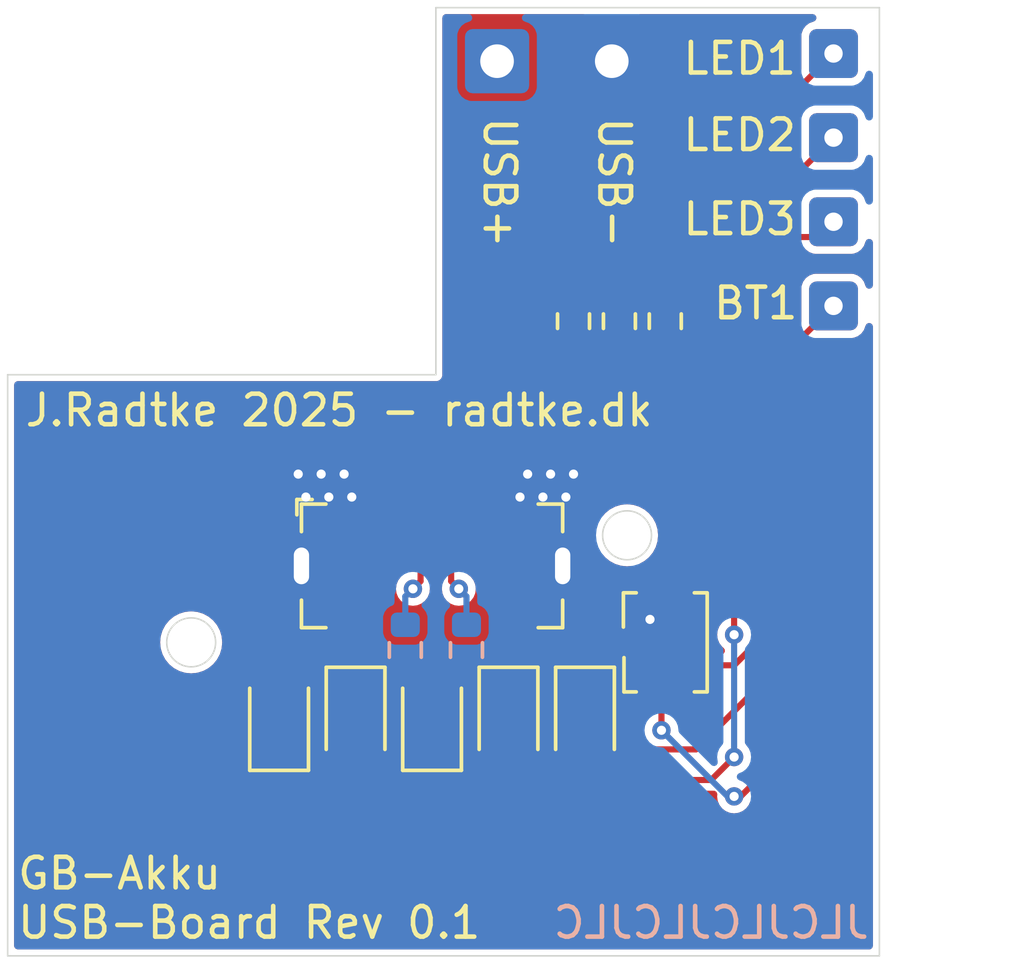
<source format=kicad_pcb>
(kicad_pcb (version 20240108) (generator "pcbnew") (generator_version "8.0")
  (layers (0 "F.Cu" signal) (31 "B.Cu" signal) (34 "B.Paste" user) (35 "F.Paste" user) (36 "B.SilkS" user "B.Silkscreen") (37 "F.SilkS" user "F.Silkscreen") (38 "B.Mask" user) (39 "F.Mask" user) (44 "Edge.Cuts" user))
  (net 0 "")
  (net 1 "Net-(D1-K)")
  (net 2 "Net-(D1-A)")
  (net 3 "Net-(D3-K)")
  (net 4 "Net-(J1-CC1)")
  (net 5 "GND")
  (net 6 "+5V")
  (net 7 "Net-(J1-CC2)")
  (net 8 "Net-(J7-Pin_1)")
  (net 9 "Net-(J3-Pin_1)")
  (net 10 "Net-(J5-Pin_1)")
  (net 11 "Net-(J6-Pin_1)")
  (footprint "LED_SMD:LED_0805_2012Metric" (layer "F.Cu") (at 155.125 123.25 -90)
    (property "Reference" "D3" (hide yes))
    (property "Value" "LED")
    (fp_line (start -1.685 0.96) (end 1 0.96) (stroke (width 0.12)) (layer "F.SilkS"))
    (fp_line (start -1.685 -0.96) (end -1.685 0.96) (stroke (width 0.12)) (layer "F.SilkS"))
    (fp_line (start 1 -0.96) (end -1.685 -0.96) (stroke (width 0.12)) (layer "F.SilkS"))
    (pad "1" smd roundrect (at -0.9375 0 270) (size 0.975 1.4) (layers "F.Cu" "F.Paste" "F.Mask") (net 3 "Net-(D3-K)"))
    (pad "2" smd roundrect (at 0.9375 0 270) (size 0.975 1.4) (layers "F.Cu" "F.Paste" "F.Mask") (net 2 "Net-(D1-A)"))
  )
  (footprint "LED_SMD:LED_0805_2012Metric" (layer "F.Cu") (at 147.625 123.25 -90)
    (property "Reference" "D2" (hide yes))
    (property "Value" "LED")
    (fp_line (start -1.685 0.96) (end 1 0.96) (stroke (width 0.12)) (layer "F.SilkS"))
    (fp_line (start -1.685 -0.96) (end -1.685 0.96) (stroke (width 0.12)) (layer "F.SilkS"))
    (fp_line (start 1 -0.96) (end -1.685 -0.96) (stroke (width 0.12)) (layer "F.SilkS"))
    (pad "1" smd roundrect (at -0.9375 0 270) (size 0.975 1.4) (layers "F.Cu" "F.Paste" "F.Mask") (net 2 "Net-(D1-A)"))
    (pad "2" smd roundrect (at 0.9375 0 270) (size 0.975 1.4) (layers "F.Cu" "F.Paste" "F.Mask") (net 1 "Net-(D1-K)"))
  )
  (footprint "Connector_Wire:SolderWire-0.1sqmm_1x01_D0.4mm_OD1mm" (layer "F.Cu") (at 163.25 109.75)
    (property "Reference" "J7" (hide yes))
    (property "Value" "Conn_01x01_Pin")
    (pad "1" thru_hole roundrect (at 0 0) (size 1.6 1.6) (drill 0.6) (layers "*.Cu" "*.Mask") (roundrect_rratio 0.15625) (net 8 "Net-(J7-Pin_1)"))
  )
  (footprint "LED_SMD:LED_0805_2012Metric" (layer "F.Cu") (at 145.125 123.25 90)
    (property "Reference" "D1" (hide yes))
    (property "Value" "LED")
    (fp_line (start 1 -0.96) (end -1.685 -0.96) (stroke (width 0.12)) (layer "F.SilkS"))
    (fp_line (start -1.685 -0.96) (end -1.685 0.96) (stroke (width 0.12)) (layer "F.SilkS"))
    (fp_line (start -1.685 0.96) (end 1 0.96) (stroke (width 0.12)) (layer "F.SilkS"))
    (pad "1" smd roundrect (at -0.9375 0 90) (size 0.975 1.4) (layers "F.Cu" "F.Paste" "F.Mask") (net 1 "Net-(D1-K)"))
    (pad "2" smd roundrect (at 0.9375 0 90) (size 0.975 1.4) (layers "F.Cu" "F.Paste" "F.Mask") (net 2 "Net-(D1-A)"))
  )
  (footprint "Connector_Wire:SolderWire-0.1sqmm_1x01_D0.4mm_OD1mm" (layer "F.Cu") (at 163.25 101.5)
    (property "Reference" "J5" (hide yes))
    (property "Value" "Conn_01x01_Pin")
    (pad "1" thru_hole roundrect (at 0 0) (size 1.6 1.6) (drill 0.6) (layers "*.Cu" "*.Mask") (roundrect_rratio 0.15625) (net 10 "Net-(J5-Pin_1)"))
  )
  (footprint "radtke:TL1017AABF260QG" (layer "F.Cu") (at 157.75 120.75 -90)
    (property "Reference" "SW1" (hide yes))
    (property "Value" "SW_Push")
    (fp_line (start -1.62 1.37) (end -0.5 1.37) (stroke (width 0.12)) (layer "F.SilkS"))
    (fp_line (start 0.5 1.35) (end 1.62 1.35) (stroke (width 0.12)) (layer "F.SilkS"))
    (fp_line (start -1.62 0.95) (end -1.62 1.35) (stroke (width 0.12)) (layer "F.SilkS"))
    (fp_line (start 1.62 0.95) (end 1.62 1.35) (stroke (width 0.12)) (layer "F.SilkS"))
    (fp_line (start -1.62 -1.35) (end -1.62 -0.95) (stroke (width 0.12)) (layer "F.SilkS"))
    (fp_line (start 1.62 -1.35) (end 1.62 -0.95) (stroke (width 0.12)) (layer "F.SilkS"))
    (fp_line (start -1.62 -1.37) (end 1.62 -1.37) (stroke (width 0.12)) (layer "F.SilkS"))
    (pad "1" smd rect (at -1.7 0 270) (size 0.8 1.7) (layers "F.Cu" "F.Paste" "F.Mask") (net 5 "GND"))
    (pad "2" smd rect (at 1.7 0 270) (size 0.8 1.7) (layers "F.Cu" "F.Paste" "F.Mask") (net 8 "Net-(J7-Pin_1)"))
    (pad "3" smd rect (at 0 1.65 270) (size 0.8 1.1) (layers "F.Cu" "F.Paste" "F.Mask"))
  )
  (footprint "LED_SMD:LED_0805_2012Metric" (layer "F.Cu") (at 150.125 123.25 90)
    (property "Reference" "D5" (hide yes))
    (property "Value" "LED")
    (fp_line (start 1 -0.96) (end -1.685 -0.96) (stroke (width 0.12)) (layer "F.SilkS"))
    (fp_line (start -1.685 -0.96) (end -1.685 0.96) (stroke (width 0.12)) (layer "F.SilkS"))
    (fp_line (start -1.685 0.96) (end 1 0.96) (stroke (width 0.12)) (layer "F.SilkS"))
    (pad "1" smd roundrect (at -0.9375 0 90) (size 0.975 1.4) (layers "F.Cu" "F.Paste" "F.Mask") (net 1 "Net-(D1-K)"))
    (pad "2" smd roundrect (at 0.9375 0 90) (size 0.975 1.4) (layers "F.Cu" "F.Paste" "F.Mask") (net 3 "Net-(D3-K)"))
  )
  (footprint "Connector_Wire:SolderWire-0.1sqmm_1x01_D0.4mm_OD1mm" (layer "F.Cu") (at 163.25 104.25)
    (property "Reference" "J3" (hide yes))
    (property "Value" "Conn_01x01_Pin")
    (pad "1" thru_hole roundrect (at 0 0) (size 1.6 1.6) (drill 0.6) (layers "*.Cu" "*.Mask") (roundrect_rratio 0.15625) (net 9 "Net-(J3-Pin_1)"))
  )
  (footprint "Connector_Wire:SolderWire-0.5sqmm_1x01_D0.9mm_OD2.1mm" (layer "F.Cu") (at 156 101.75)
    (property "Reference" "J4" (hide yes))
    (property "Value" "Conn_01x01_Pin")
    (pad "1" thru_hole roundrect (at 0 0) (size 2.1 2.1) (drill 1.1) (layers "*.Cu" "*.Mask") (roundrect_rratio 0.119048) (net 5 "GND"))
  )
  (footprint "Resistor_SMD:R_0603_1608Metric" (layer "F.Cu") (at 157.75 110.25 -90)
    (property "Reference" "R5" (hide yes))
    (property "Value" "100R")
    (fp_line (start -0.237258 0.5225) (end 0.237258 0.5225) (stroke (width 0.12)) (layer "F.SilkS"))
    (fp_line (start -0.237258 -0.5225) (end 0.237258 -0.5225) (stroke (width 0.12)) (layer "F.SilkS"))
    (pad "1" smd roundrect (at -0.825 0 270) (size 0.8 0.95) (layers "F.Cu" "F.Paste" "F.Mask") (net 11 "Net-(J6-Pin_1)"))
    (pad "2" smd roundrect (at 0.825 0 270) (size 0.8 0.95) (layers "F.Cu" "F.Paste" "F.Mask") (net 3 "Net-(D3-K)"))
  )
  (footprint "radtke:UJC-V-G-SMT-P6-TR" (layer "F.Cu") (at 150.125 118.25)
    (property "Reference" "J1" (hide yes))
    (property "Value" "USB_C_Receptacle_PowerOnly_6P")
    (fp_line (start -4.42 -2.17) (end -4.42 -1.67) (stroke (width 0.12)) (layer "F.SilkS"))
    (fp_line (start -4.42 -2.17) (end -3.92 -2.17) (stroke (width 0.12)) (layer "F.SilkS"))
    (fp_line (start -4.27 -2.02) (end -4.27 -1.12) (stroke (width 0.12)) (layer "F.SilkS"))
    (fp_line (start -4.27 -2.02) (end -3.47 -2.02) (stroke (width 0.12)) (layer "F.SilkS"))
    (fp_line (start -4.27 2.02) (end -4.27 1.12) (stroke (width 0.12)) (layer "F.SilkS"))
    (fp_line (start -4.27 2.02) (end -3.47 2.02) (stroke (width 0.12)) (layer "F.SilkS"))
    (fp_line (start 4.27 -2.02) (end 3.47 -2.02) (stroke (width 0.12)) (layer "F.SilkS"))
    (fp_line (start 4.27 -2.02) (end 4.27 -1.12) (stroke (width 0.12)) (layer "F.SilkS"))
    (fp_line (start 4.27 2.02) (end 3.47 2.02) (stroke (width 0.12)) (layer "F.SilkS"))
    (fp_line (start 4.27 2.02) (end 4.27 1.12) (stroke (width 0.12)) (layer "F.SilkS"))
    (pad "A5" smd roundrect (at -0.5 -0.8) (size 0.7 1.99) (layers "F.Cu" "F.Paste" "F.Mask") (net 4 "Net-(J1-CC1)"))
    (pad "A9" smd roundrect (at 1.52 -0.8) (size 0.8 1.99) (layers "F.Cu" "F.Paste" "F.Mask") (net 6 "+5V"))
    (pad "A12" smd roundrect (at 2.75 -0.8) (size 0.9 1.99) (layers "F.Cu" "F.Paste" "F.Mask") (net 5 "GND"))
    (pad "B5" smd roundrect (at 0.5 -0.8) (size 0.7 1.99) (layers "F.Cu" "F.Paste" "F.Mask") (net 7 "Net-(J1-CC2)"))
    (pad "B9" smd roundrect (at -1.52 -0.8) (size 0.8 1.99) (layers "F.Cu" "F.Paste" "F.Mask") (net 6 "+5V"))
    (pad "B12" smd roundrect (at -2.75 -0.8) (size 0.9 1.99) (layers "F.Cu" "F.Paste" "F.Mask") (net 5 "GND"))
    (pad "S1" thru_hole oval (at -4.27 0) (size 1 1.7) (drill oval 0.5 1.2) (layers "*.Cu" "*.Mask" "F.Paste") (net 5 "GND"))
    (pad "S1" thru_hole oval (at 4.27 0) (size 1 1.7) (drill oval 0.5 1.2) (layers "*.Cu" "*.Mask" "F.Paste") (net 5 "GND"))
  )
  (footprint "Connector_Wire:SolderWire-0.5sqmm_1x01_D0.9mm_OD2.1mm" (layer "F.Cu") (at 152.25 101.75)
    (property "Reference" "J2" (hide yes))
    (property "Value" "Conn_01x01_Pin")
    (pad "1" thru_hole roundrect (at 0 0) (size 2.1 2.1) (drill 1.1) (layers "*.Cu" "*.Mask") (roundrect_rratio 0.119048) (net 6 "+5V"))
  )
  (footprint "Resistor_SMD:R_0603_1608Metric" (layer "F.Cu") (at 154.75 110.25 -90)
    (property "Reference" "R4" (hide yes))
    (property "Value" "100R")
    (fp_line (start -0.237258 0.5225) (end 0.237258 0.5225) (stroke (width 0.12)) (layer "F.SilkS"))
    (fp_line (start -0.237258 -0.5225) (end 0.237258 -0.5225) (stroke (width 0.12)) (layer "F.SilkS"))
    (pad "1" smd roundrect (at -0.825 0 270) (size 0.8 0.95) (layers "F.Cu" "F.Paste" "F.Mask") (net 10 "Net-(J5-Pin_1)"))
    (pad "2" smd roundrect (at 0.825 0 270) (size 0.8 0.95) (layers "F.Cu" "F.Paste" "F.Mask") (net 1 "Net-(D1-K)"))
  )
  (footprint "Connector_Wire:SolderWire-0.1sqmm_1x01_D0.4mm_OD1mm" (layer "F.Cu") (at 163.25 107)
    (property "Reference" "J6" (hide yes))
    (property "Value" "Conn_01x01_Pin")
    (pad "1" thru_hole roundrect (at 0 0) (size 1.6 1.6) (drill 0.6) (layers "*.Cu" "*.Mask") (roundrect_rratio 0.15625) (net 11 "Net-(J6-Pin_1)"))
  )
  (footprint "Resistor_SMD:R_0603_1608Metric" (layer "F.Cu") (at 156.25 110.25 -90)
    (property "Reference" "R3" (hide yes))
    (property "Value" "100R")
    (fp_line (start -0.237258 0.5225) (end 0.237258 0.5225) (stroke (width 0.12)) (layer "F.SilkS"))
    (fp_line (start -0.237258 -0.5225) (end 0.237258 -0.5225) (stroke (width 0.12)) (layer "F.SilkS"))
    (pad "1" smd roundrect (at -0.825 0 270) (size 0.8 0.95) (layers "F.Cu" "F.Paste" "F.Mask") (net 9 "Net-(J3-Pin_1)"))
    (pad "2" smd roundrect (at 0.825 0 270) (size 0.8 0.95) (layers "F.Cu" "F.Paste" "F.Mask") (net 2 "Net-(D1-A)"))
  )
  (footprint "LED_SMD:LED_0805_2012Metric" (layer "F.Cu") (at 152.625 123.25 -90)
    (property "Reference" "D4" (hide yes))
    (property "Value" "LED")
    (fp_line (start -1.685 0.96) (end 1 0.96) (stroke (width 0.12)) (layer "F.SilkS"))
    (fp_line (start -1.685 -0.96) (end -1.685 0.96) (stroke (width 0.12)) (layer "F.SilkS"))
    (fp_line (start 1 -0.96) (end -1.685 -0.96) (stroke (width 0.12)) (layer "F.SilkS"))
    (pad "1" smd roundrect (at -0.9375 0 270) (size 0.975 1.4) (layers "F.Cu" "F.Paste" "F.Mask") (net 3 "Net-(D3-K)"))
    (pad "2" smd roundrect (at 0.9375 0 270) (size 0.975 1.4) (layers "F.Cu" "F.Paste" "F.Mask") (net 1 "Net-(D1-K)"))
  )
  (footprint "Resistor_SMD:R_0603_1608Metric" (layer "B.Cu") (at 151.25 121 -90)
    (property "Reference" "R1" (hide yes))
    (property "Value" "5,1k")
    (fp_line (start 0.237258 0.5225) (end -0.237258 0.5225) (stroke (width 0.12)) (layer "B.SilkS"))
    (fp_line (start 0.237258 -0.5225) (end -0.237258 -0.5225) (stroke (width 0.12)) (layer "B.SilkS"))
    (pad "1" smd roundrect (at -0.825 0 270) (size 0.8 0.95) (layers "B.Cu" "B.Paste" "B.Mask") (net 7 "Net-(J1-CC2)"))
    (pad "2" smd roundrect (at 0.825 0 270) (size 0.8 0.95) (layers "B.Cu" "B.Paste" "B.Mask") (net 5 "GND"))
  )
  (footprint "Resistor_SMD:R_0603_1608Metric" (layer "B.Cu") (at 149.25 121 -90)
    (property "Reference" "R2" (hide yes))
    (property "Value" "5,1k")
    (fp_line (start 0.237258 0.5225) (end -0.237258 0.5225) (stroke (width 0.12)) (layer "B.SilkS"))
    (fp_line (start 0.237258 -0.5225) (end -0.237258 -0.5225) (stroke (width 0.12)) (layer "B.SilkS"))
    (pad "1" smd roundrect (at -0.825 0 270) (size 0.8 0.95) (layers "B.Cu" "B.Paste" "B.Mask") (net 4 "Net-(J1-CC1)"))
    (pad "2" smd roundrect (at 0.825 0 270) (size 0.8 0.95) (layers "B.Cu" "B.Paste" "B.Mask") (net 5 "GND"))
  )
  (gr_line (start 164.75 131) (end 136.25 131) (stroke (width 0.05)) (layer "Edge.Cuts"))
  (gr_circle (center 142.25 120.75) (end 143.05 120.75) (stroke (width 0.05)) (fill none) (layer "Edge.Cuts"))
  (gr_circle (center 156.5 117.25) (end 157.3 117.25) (stroke (width 0.05)) (fill none) (layer "Edge.Cuts"))
  (gr_line (start 150.25 112) (end 150.25 100) (stroke (width 0.05)) (layer "Edge.Cuts"))
  (gr_line (start 136.25 131) (end 136.25 112) (stroke (width 0.05)) (layer "Edge.Cuts"))
  (gr_line (start 136.25 112) (end 150.25 112) (stroke (width 0.05)) (layer "Edge.Cuts"))
  (gr_line (start 150.25 100) (end 164.75 100) (stroke (width 0.05)) (layer "Edge.Cuts"))
  (gr_line (start 164.75 100) (end 164.75 131) (stroke (width 0.05)) (layer "Edge.Cuts"))
  (gr_text "JLCJLCJLCJLC" (at 159.25 130.5 -0) (layer "B.SilkS") (effects (font (size 1 1)) (justify bottom mirror)))
  (gr_text "BT1" (at 159.25 110.25 0) (layer "F.SilkS") (effects (font (size 1 1)) (justify left bottom)))
  (gr_text "LED1" (at 158.25 102.25 0) (layer "F.SilkS") (effects (font (size 1 1)) (justify left bottom)))
  (gr_text "USB+" (at 151.75 103.5 -90) (layer "F.SilkS") (effects (font (size 1 1)) (justify left bottom)))
  (gr_text "LED2" (at 158.25 104.75 0) (layer "F.SilkS") (effects (font (size 1 1)) (justify left bottom)))
  (gr_text "GB-Akku\nUSB-Board Rev 0.1" (at 136.5 130.5 0) (layer "F.SilkS") (effects (font (size 1 1)) (justify left bottom)))
  (gr_text "J.Radtke 2025 - radtke.dk" (at 136.75 113.75 0) (layer "F.SilkS") (effects (font (size 1 1)) (justify left bottom)))
  (gr_text "LED3" (at 158.25 107.5 0) (layer "F.SilkS") (effects (font (size 1 1)) (justify left bottom)))
  (gr_text "USB-" (at 155.5 103.5 -90) (layer "F.SilkS") (effects (font (size 1 1)) (justify left bottom)))
  (segment (start 160 114) (end 160 120.5) (width 0.2) (layer "F.Cu") (net 1))
  (segment (start 150.25 124.1875) (end 152.75 124.1875) (width 0.2) (layer "F.Cu") (net 1))
  (segment (start 156.75 113.5) (end 159.5 113.5) (width 0.2) (layer "F.Cu") (net 1))
  (segment (start 159.25 125.25) (end 160 124.5) (width 0.2) (layer "F.Cu") (net 1))
  (segment (start 147.75 124.1875) (end 150.25 124.1875) (width 0.2) (layer "F.Cu") (net 1))
  (segment (start 159.5 113.5) (end 160 114) (width 0.2) (layer "F.Cu") (net 1))
  (segment (start 154.75 111.075) (end 154.75 111.5) (width 0.2) (layer "F.Cu") (net 1))
  (segment (start 145.25 124.1875) (end 147.75 124.1875) (width 0.2) (layer "F.Cu") (net 1))
  (segment (start 154.75 111.5) (end 156.75 113.5) (width 0.2) (layer "F.Cu") (net 1))
  (segment (start 152.75 124.75) (end 153.25 125.25) (width 0.2) (layer "F.Cu") (net 1))
  (segment (start 153.25 125.25) (end 159.25 125.25) (width 0.2) (layer "F.Cu") (net 1))
  (segment (start 152.75 124.1875) (end 152.75 124.75) (width 0.2) (layer "F.Cu") (net 1))
  (via (at 160 120.5) (size 0.6) (drill 0.3) (layers "F.Cu" "B.Cu") (net 1))
  (via (at 160 124.5) (size 0.6) (drill 0.3) (layers "F.Cu" "B.Cu") (net 1))
  (segment (start 160 120.5) (end 160 124.5) (width 0.2) (layer "B.Cu") (net 1))
  (segment (start 154.3125 123.25) (end 155.25 124.1875) (width 0.2) (layer "F.Cu") (net 2))
  (segment (start 145.25 121.75) (end 145.25 122.3125) (width 0.2) (layer "F.Cu") (net 2))
  (segment (start 160.75 113.5) (end 160.75 120.75) (width 0.2) (layer "F.Cu") (net 2))
  (segment (start 160 121.5) (end 145.5 121.5) (width 0.2) (layer "F.Cu") (net 2))
  (segment (start 160.25 113) (end 160.75 113.5) (width 0.2) (layer "F.Cu") (net 2))
  (segment (start 156.25 111.075) (end 156.25 111.5) (width 0.2) (layer "F.Cu") (net 2))
  (segment (start 145.5 121.5) (end 145.25 121.75) (width 0.2) (layer "F.Cu") (net 2))
  (segment (start 148.0625 122.3125) (end 149 123.25) (width 0.2) (layer "F.Cu") (net 2))
  (segment (start 157.75 113) (end 160.25 113) (width 0.2) (layer "F.Cu") (net 2))
  (segment (start 156.25 111.5) (end 157.75 113) (width 0.2) (layer "F.Cu") (net 2))
  (segment (start 160.75 120.75) (end 160 121.5) (width 0.2) (layer "F.Cu") (net 2))
  (segment (start 145.25 122.3125) (end 148.0625 122.3125) (width 0.2) (layer "F.Cu") (net 2))
  (segment (start 149 123.25) (end 154.3125 123.25) (width 0.2) (layer "F.Cu") (net 2))
  (segment (start 157.1875 124.25) (end 155.25 122.3125) (width 0.2) (layer "F.Cu") (net 3))
  (segment (start 158.75 124.25) (end 157.1875 124.25) (width 0.2) (layer "F.Cu") (net 3))
  (segment (start 155.25 122.3125) (end 150.25 122.3125) (width 0.2) (layer "F.Cu") (net 3))
  (segment (start 161.5 113.25) (end 161.5 121.5) (width 0.2) (layer "F.Cu") (net 3))
  (segment (start 161.5 121.5) (end 158.75 124.25) (width 0.2) (layer "F.Cu") (net 3))
  (segment (start 157.75 111.075) (end 157.75 111.5) (width 0.2) (layer "F.Cu") (net 3))
  (segment (start 157.75 111.5) (end 158.75 112.5) (width 0.2) (layer "F.Cu") (net 3))
  (segment (start 160.75 112.5) (end 161.5 113.25) (width 0.2) (layer "F.Cu") (net 3))
  (segment (start 158.75 112.5) (end 160.75 112.5) (width 0.2) (layer "F.Cu") (net 3))
  (segment (start 149.75 118.75) (end 149.5 119) (width 0.2) (layer "F.Cu") (net 4))
  (segment (start 149.75 117.45) (end 149.75 118.75) (width 0.2) (layer "F.Cu") (net 4))
  (via (at 149.5 119) (size 0.6) (drill 0.3) (layers "F.Cu" "B.Cu") (net 4))
  (segment (start 149.5 119) (end 149.25 119.25) (width 0.2) (layer "B.Cu") (net 4))
  (segment (start 149.25 119.25) (end 149.25 120.175) (width 0.2) (layer "B.Cu") (net 4))
  (segment (start 145.48 117.77) (end 145.48 118.25) (width 0.5) (layer "F.Cu") (net 5))
  (segment (start 157.25 119.05) (end 157.25 120) (width 0.2) (layer "F.Cu") (net 5))
  (via (at 154.75 115.25) (size 0.6) (drill 0.3) (layers "F.Cu" "B.Cu") (net 5))
  (via (at 154 115.25) (size 0.6) (drill 0.3) (layers "F.Cu" "B.Cu") (net 5))
  (via (at 153.75 116) (size 0.6) (drill 0.3) (layers "F.Cu" "B.Cu") (net 5))
  (via (at 146.5 115.25) (size 0.6) (drill 0.3) (layers "F.Cu" "B.Cu") (net 5))
  (via (at 147.25 115.25) (size 0.6) (drill 0.3) (layers "F.Cu" "B.Cu") (net 5))
  (via (at 154.5 116) (size 0.6) (drill 0.3) (layers "F.Cu" "B.Cu") (net 5))
  (via (at 146.75 116) (size 0.6) (drill 0.3) (layers "F.Cu" "B.Cu") (net 5))
  (via (at 145.75 115.25) (size 0.6) (drill 0.3) (layers "F.Cu" "B.Cu") (net 5))
  (via (at 146 116) (size 0.6) (drill 0.3) (layers "F.Cu" "B.Cu") (net 5))
  (via (at 153 116) (size 0.6) (drill 0.3) (layers "F.Cu" "B.Cu") (net 5))
  (via (at 153.25 115.25) (size 0.6) (drill 0.3) (layers "F.Cu" "B.Cu") (net 5))
  (via (at 157.25 120) (size 0.6) (drill 0.3) (layers "F.Cu" "B.Cu") (net 5))
  (via (at 147.5 116) (size 0.6) (drill 0.3) (layers "F.Cu" "B.Cu") (net 5))
  (segment (start 150.75 117.45) (end 150.75 118.75) (width 0.2) (layer "F.Cu") (net 7))
  (segment (start 150.75 118.75) (end 151 119) (width 0.2) (layer "F.Cu") (net 7))
  (via (at 151 119) (size 0.6) (drill 0.3) (layers "F.Cu" "B.Cu") (net 7))
  (segment (start 151.25 119.25) (end 151.25 120.175) (width 0.2) (layer "B.Cu") (net 7))
  (segment (start 151 119) (end 151.25 119.25) (width 0.2) (layer "B.Cu") (net 7))
  (segment (start 162.25 110.75) (end 163.25 109.75) (width 0.2) (layer "F.Cu") (net 8))
  (segment (start 157.625 122.575) (end 157.5 122.45) (width 0.2) (layer "F.Cu") (net 8))
  (segment (start 160 125.786657) (end 160.213343 125.786657) (width 0.2) (layer "F.Cu") (net 8))
  (segment (start 157.625 123.625) (end 157.625 122.575) (width 0.2) (layer "F.Cu") (net 8))
  (segment (start 160.213343 125.786657) (end 162.25 123.75) (width 0.2) (layer "F.Cu") (net 8))
  (segment (start 162.25 123.75) (end 162.25 110.75) (width 0.2) (layer "F.Cu") (net 8))
  (via (at 157.625 123.625) (size 0.6) (drill 0.3) (layers "F.Cu" "B.Cu") (net 8))
  (via (at 160 125.786657) (size 0.6) (drill 0.3) (layers "F.Cu" "B.Cu") (net 8))
  (segment (start 157.625 123.625) (end 159.786657 125.786657) (width 0.2) (layer "B.Cu") (net 8))
  (segment (start 159.786657 125.786657) (end 160 125.786657) (width 0.2) (layer "B.Cu") (net 8))
  (segment (start 157.5 108) (end 156.5 108) (width 0.2) (layer "F.Cu") (net 9))
  (segment (start 158.75 106.75) (end 157.5 108) (width 0.2) (layer "F.Cu") (net 9))
  (segment (start 156.5 108) (end 156.25 108.25) (width 0.2) (layer "F.Cu") (net 9))
  (segment (start 163.25 104.25) (end 160.75 106.75) (width 0.2) (layer "F.Cu") (net 9))
  (segment (start 156.25 108.25) (end 156.25 109.425) (width 0.2) (layer "F.Cu") (net 9))
  (segment (start 160.75 106.75) (end 158.75 106.75) (width 0.2) (layer "F.Cu") (net 9))
  (segment (start 157.25 107.5) (end 155.5 107.5) (width 0.2) (layer "F.Cu") (net 10))
  (segment (start 155.5 107.5) (end 154.75 108.25) (width 0.2) (layer "F.Cu") (net 10))
  (segment (start 163.25 101.5) (end 157.25 107.5) (width 0.2) (layer "F.Cu") (net 10))
  (segment (start 154.75 108.25) (end 154.75 109.425) (width 0.2) (layer "F.Cu") (net 10))
  (segment (start 157.75 109.425) (end 157.75 108.75) (width 0.2) (layer "F.Cu") (net 11))
  (segment (start 159 107.5) (end 162.75 107.5) (width 0.2) (layer "F.Cu") (net 11))
  (segment (start 157.75 108.75) (end 159 107.5) (width 0.2) (layer "F.Cu") (net 11))
  (segment (start 162.75 107.5) (end 163.25 107) (width 0.2) (layer "F.Cu") (net 11))
  (zone (net 5) (net_name "GND") (layer "F.Cu") (priority 4) (connect_pads yes (clearance 0.25)) (min_thickness 0.25) (fill yes (thermal_gap 0.25) (thermal_bridge_width 0.25))
    (polygon (pts (xy 148 118.75) (xy 148 114.75) (xy 145.25 114.75) (xy 145.25 119.25) (xy 147.5 119.25)))
  )
  (zone (net 5) (net_name "GND") (layer "F.Cu") (priority 1) (connect_pads yes (clearance 0.25)) (min_thickness 0.25) (fill yes (thermal_gap 0.25) (thermal_bridge_width 0.25))
    (polygon (pts (xy 152 116.25) (xy 154.5 116.25) (xy 154.5 119) (xy 153.5 119) (xy 152 117.5)))
  )
  (zone (net 5) (net_name "GND") (layer "F.Cu") (connect_pads yes (clearance 0.25)) (min_thickness 0.25) (fill yes (thermal_gap 0.25) (thermal_bridge_width 0.25))
    (polygon (pts (xy 147.5 116.25) (xy 145 116.25) (xy 145 119.25) (xy 145.75 119.25) (xy 147.5 117.5)))
  )
  (zone (net 5) (net_name "GND") (layer "F.Cu") (priority 5) (connect_pads yes (clearance 0.25)) (min_thickness 0.25) (fill yes (thermal_gap 0.25) (thermal_bridge_width 0.25))
    (polygon (pts (xy 152.5 118.75) (xy 152.5 114.75) (xy 155.25 114.75) (xy 155.25 119.25) (xy 153 119.25)))
  )
  (zone (net 6) (net_name "+5V") (layer "F.Cu") (priority 6) (connect_pads yes (clearance 0.25)) (min_thickness 0.25) (fill yes (thermal_gap 0.25) (thermal_bridge_width 0.25))
    (polygon (pts (xy 152.25 118.5) (xy 152.25 114.5) (xy 148.25 114.5) (xy 148.25 118.5) (xy 149.25 118.5) (xy 149.25 116.25) (xy 151.25 116.25) (xy 151.25 118.5)))
  )
  (zone (net 6) (net_name "+5V") (layer "F.Cu") (priority 2) (connect_pads yes (clearance 0.25)) (min_thickness 0.25) (fill yes (thermal_gap 0.25) (thermal_bridge_width 0.25))
    (polygon (pts (xy 136 99.75) (xy 165 99.75) (xy 165 131.5) (xy 136 131.5)))
  )
  (zone (net 5) (net_name "GND") (layer "B.Cu") (priority 3) (connect_pads yes (clearance 0.25)) (min_thickness 0.25) (fill yes (thermal_gap 0.25) (thermal_bridge_width 0.25))
    (polygon (pts (xy 136 99.75) (xy 165 99.75) (xy 165 131.5) (xy 136 131.5)))
  )
)
</source>
